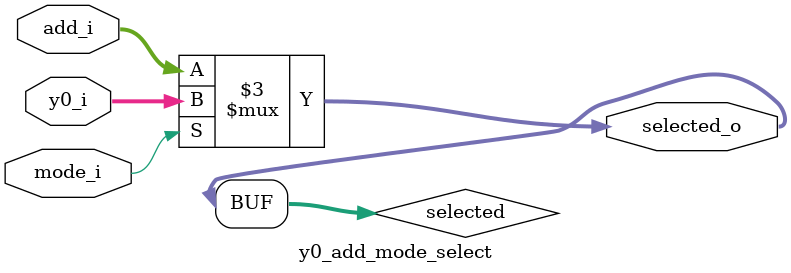
<source format=v>
module y0_add_mode_select (
	input mode_i,
	input [15:0] y0_i,
	input [15:0] add_i,
	output [15:0] selected_o
);

reg [15:0] selected;
assign selected_o = selected;

always @(*) begin
	if (mode_i) begin // y0 mode
		selected = y0_i;
	end else begin // add mode
		selected = add_i;
	end
end

endmodule
</source>
